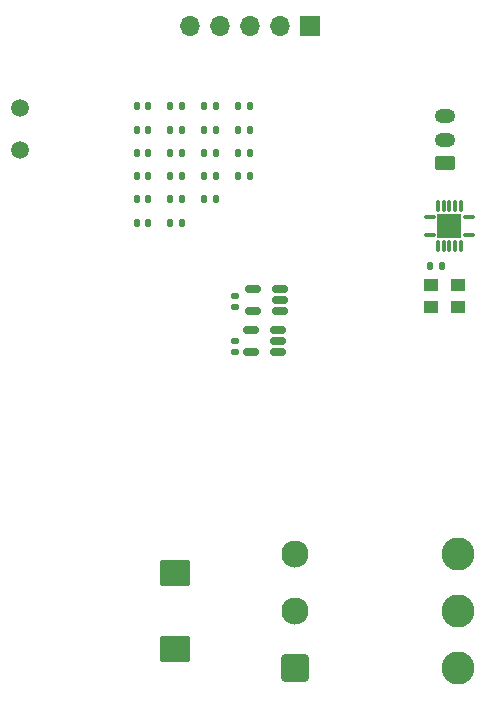
<source format=gbr>
%TF.GenerationSoftware,KiCad,Pcbnew,7.0.7+dfsg-1*%
%TF.CreationDate,2024-03-25T16:35:43+01:00*%
%TF.ProjectId,bitaxeUltra-asic,62697461-7865-4556-9c74-72612d617369,rev?*%
%TF.SameCoordinates,Original*%
%TF.FileFunction,Soldermask,Top*%
%TF.FilePolarity,Negative*%
%FSLAX46Y46*%
G04 Gerber Fmt 4.6, Leading zero omitted, Abs format (unit mm)*
G04 Created by KiCad (PCBNEW 7.0.7+dfsg-1) date 2024-03-25 16:35:43*
%MOMM*%
%LPD*%
G01*
G04 APERTURE LIST*
G04 Aperture macros list*
%AMRoundRect*
0 Rectangle with rounded corners*
0 $1 Rounding radius*
0 $2 $3 $4 $5 $6 $7 $8 $9 X,Y pos of 4 corners*
0 Add a 4 corners polygon primitive as box body*
4,1,4,$2,$3,$4,$5,$6,$7,$8,$9,$2,$3,0*
0 Add four circle primitives for the rounded corners*
1,1,$1+$1,$2,$3*
1,1,$1+$1,$4,$5*
1,1,$1+$1,$6,$7*
1,1,$1+$1,$8,$9*
0 Add four rect primitives between the rounded corners*
20,1,$1+$1,$2,$3,$4,$5,0*
20,1,$1+$1,$4,$5,$6,$7,0*
20,1,$1+$1,$6,$7,$8,$9,0*
20,1,$1+$1,$8,$9,$2,$3,0*%
G04 Aperture macros list end*
%ADD10RoundRect,0.140000X-0.140000X-0.170000X0.140000X-0.170000X0.140000X0.170000X-0.140000X0.170000X0*%
%ADD11RoundRect,0.150000X0.512500X0.150000X-0.512500X0.150000X-0.512500X-0.150000X0.512500X-0.150000X0*%
%ADD12RoundRect,0.140000X0.170000X-0.140000X0.170000X0.140000X-0.170000X0.140000X-0.170000X-0.140000X0*%
%ADD13C,2.800000*%
%ADD14RoundRect,0.250001X0.899999X-0.899999X0.899999X0.899999X-0.899999X0.899999X-0.899999X-0.899999X0*%
%ADD15C,2.300000*%
%ADD16RoundRect,0.007800X0.442200X0.122200X-0.442200X0.122200X-0.442200X-0.122200X0.442200X-0.122200X0*%
%ADD17RoundRect,0.007800X-0.122200X0.442200X-0.122200X-0.442200X0.122200X-0.442200X0.122200X0.442200X0*%
%ADD18R,2.050000X2.050000*%
%ADD19RoundRect,0.250000X0.625000X-0.350000X0.625000X0.350000X-0.625000X0.350000X-0.625000X-0.350000X0*%
%ADD20O,1.750000X1.200000*%
%ADD21C,1.500000*%
%ADD22R,1.300000X1.100000*%
%ADD23RoundRect,0.250000X1.025000X-0.875000X1.025000X0.875000X-1.025000X0.875000X-1.025000X-0.875000X0*%
%ADD24RoundRect,0.140000X-0.170000X0.140000X-0.170000X-0.140000X0.170000X-0.140000X0.170000X0.140000X0*%
%ADD25RoundRect,0.135000X0.135000X0.185000X-0.135000X0.185000X-0.135000X-0.185000X0.135000X-0.185000X0*%
%ADD26O,1.700000X1.700000*%
%ADD27R,1.700000X1.700000*%
G04 APERTURE END LIST*
D10*
%TO.C,C8*%
X135540000Y-64640000D03*
X136500000Y-64640000D03*
%TD*%
%TO.C,C3*%
X132670000Y-66610000D03*
X133630000Y-66610000D03*
%TD*%
D11*
%TO.C,U6*%
X144780000Y-80010000D03*
X144780000Y-79060000D03*
X144780000Y-78110000D03*
X142505000Y-78110000D03*
X142505000Y-80010000D03*
%TD*%
D10*
%TO.C,C9*%
X135540000Y-66610000D03*
X136500000Y-66610000D03*
%TD*%
%TO.C,C12*%
X135540000Y-72520000D03*
X136500000Y-72520000D03*
%TD*%
D12*
%TO.C,C25*%
X140970000Y-79700000D03*
X140970000Y-78740000D03*
%TD*%
D10*
%TO.C,C23*%
X141280000Y-66610000D03*
X142240000Y-66610000D03*
%TD*%
D13*
%TO.C,J2*%
X159850000Y-110210000D03*
X159850000Y-105410000D03*
X159850000Y-100610000D03*
D14*
X146050000Y-110210000D03*
D15*
X146050000Y-105410000D03*
X146050000Y-100610000D03*
%TD*%
D10*
%TO.C,C10*%
X135540000Y-68580000D03*
X136500000Y-68580000D03*
%TD*%
%TO.C,C15*%
X138410000Y-64640000D03*
X139370000Y-64640000D03*
%TD*%
D16*
%TO.C,U2*%
X160850000Y-72055000D03*
D17*
X160165000Y-71120000D03*
X159665000Y-71120000D03*
X159165000Y-71120000D03*
X158665000Y-71120000D03*
X158165000Y-71120000D03*
D16*
X157480000Y-72055000D03*
X157480000Y-73555000D03*
D17*
X158165000Y-74490000D03*
X158665000Y-74490000D03*
X159165000Y-74490000D03*
X159665000Y-74490000D03*
X160165000Y-74490000D03*
D16*
X160850000Y-73555000D03*
D18*
X159165000Y-72805000D03*
%TD*%
D10*
%TO.C,C2*%
X132670000Y-64640000D03*
X133630000Y-64640000D03*
%TD*%
%TO.C,C18*%
X138410000Y-70550000D03*
X139370000Y-70550000D03*
%TD*%
%TO.C,C1*%
X132670000Y-62670000D03*
X133630000Y-62670000D03*
%TD*%
D19*
%TO.C,J1*%
X158750000Y-67500000D03*
D20*
X158750000Y-65500000D03*
X158750000Y-63500000D03*
%TD*%
D10*
%TO.C,C11*%
X135540000Y-70550000D03*
X136500000Y-70550000D03*
%TD*%
%TO.C,C24*%
X141280000Y-68580000D03*
X142240000Y-68580000D03*
%TD*%
%TO.C,C14*%
X138410000Y-62670000D03*
X139370000Y-62670000D03*
%TD*%
D21*
%TO.C,TP14*%
X122840000Y-66410000D03*
%TD*%
D10*
%TO.C,C20*%
X141280000Y-62670000D03*
X142240000Y-62670000D03*
%TD*%
D22*
%TO.C,U1*%
X159900000Y-77790000D03*
X157600000Y-77790000D03*
X157600000Y-79690000D03*
X159900000Y-79690000D03*
%TD*%
D23*
%TO.C,C13*%
X135890000Y-108610000D03*
X135890000Y-102210000D03*
%TD*%
D10*
%TO.C,C16*%
X139370000Y-66610000D03*
X138410000Y-66610000D03*
%TD*%
%TO.C,C4*%
X132670000Y-68580000D03*
X133630000Y-68580000D03*
%TD*%
D24*
%TO.C,C19*%
X140970000Y-82550000D03*
X140970000Y-83510000D03*
%TD*%
D21*
%TO.C,TP13*%
X122840000Y-62860000D03*
%TD*%
D25*
%TO.C,R6*%
X158500000Y-76200000D03*
X157480000Y-76200000D03*
%TD*%
D10*
%TO.C,C7*%
X135540000Y-62670000D03*
X136500000Y-62670000D03*
%TD*%
%TO.C,C17*%
X138410000Y-68580000D03*
X139370000Y-68580000D03*
%TD*%
%TO.C,C6*%
X132670000Y-72520000D03*
X133630000Y-72520000D03*
%TD*%
D11*
%TO.C,U5*%
X144647500Y-83500000D03*
X144647500Y-82550000D03*
X144647500Y-81600000D03*
X142372500Y-81600000D03*
X142372500Y-83500000D03*
%TD*%
D10*
%TO.C,C5*%
X132670000Y-70550000D03*
X133630000Y-70550000D03*
%TD*%
%TO.C,C22*%
X141280000Y-64640000D03*
X142240000Y-64640000D03*
%TD*%
D26*
%TO.C,J3*%
X137160000Y-55880000D03*
X139700000Y-55880000D03*
X142240000Y-55880000D03*
X144780000Y-55880000D03*
D27*
X147320000Y-55880000D03*
%TD*%
M02*

</source>
